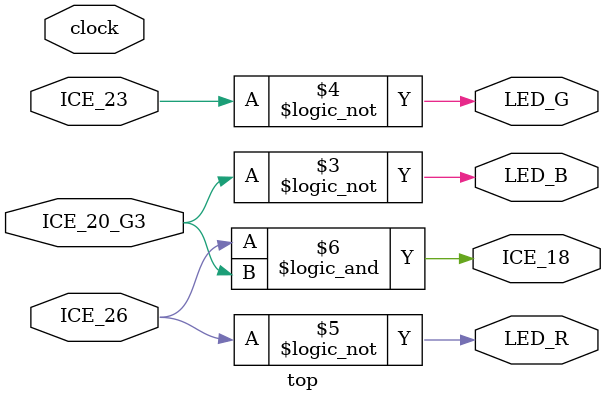
<source format=v>
/* Blink the RGB LED */

module top (
  input clock,
  input ICE_26, // rp pico pin 4
  input ICE_23, // rp pico pin 5
  input ICE_20_G3, // rp pico pin 6
  output LED_R,
  output LED_G,
  output LED_B,
  output ICE_18
);
  reg [31:0] counter=0;

  always@(posedge clock) begin
    counter <= counter +1;
  end

  assign {LED_R,LED_G,LED_B} = {!ICE_26, !ICE_23, !ICE_20_G3};
  assign ICE_18 = ICE_26 && ICE_20_G3;

endmodule
</source>
